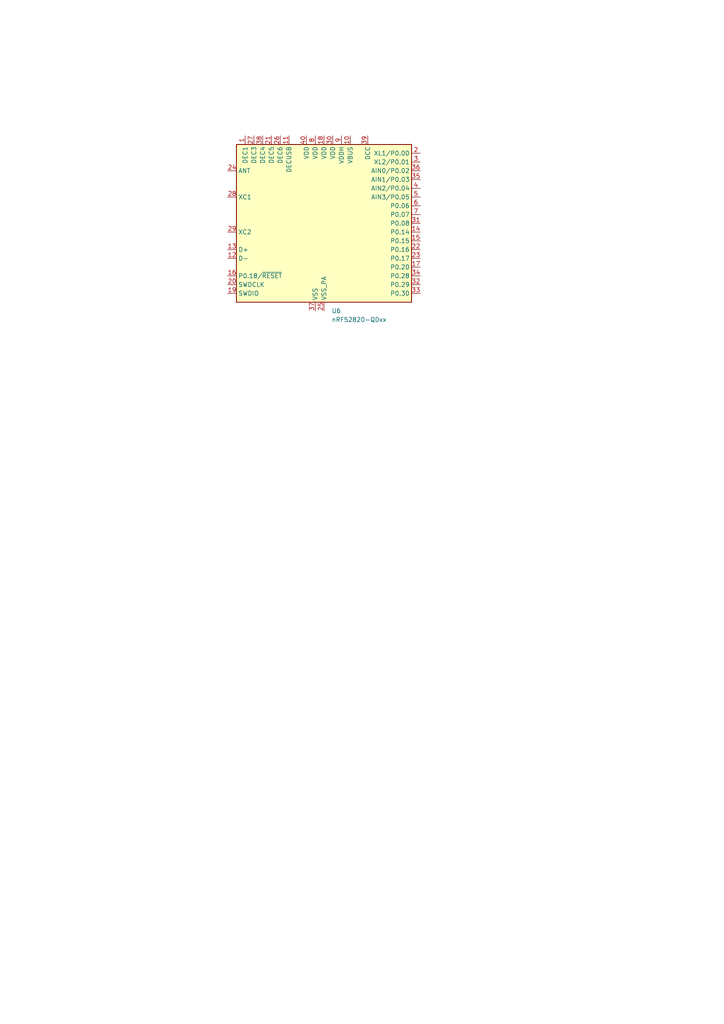
<source format=kicad_sch>
(kicad_sch (version 20231120) (generator "eeschema") (generator_version "8.0")
  (paper "A4" portrait)
  (title_block (title "ESP32-C3 MINI1") (company "YENIAY"))
  (lib_symbols
    (symbol "MCU_Nordic:nRF52820-QDxx"
      (property "Reference" "U" (at -2.54 0 0))
      (property "Value" "nRF52820-QDxx" (at -2.54 -2.54 0))
      (symbol "nRF52820-QDxx_0_1"
        (rectangle (start -25.4 22.86) (end 25.4 -22.86) (stroke (width 0.254)) (fill (type background)))
      )
      (symbol "nRF52820-QDxx_1_1"
        (pin passive line (at -22.86 25.4 270) (length 2.54) (name "DEC1") (number "1"))
        (pin power_in line (at 7.62 25.4 270) (length 2.54) (name "VBUS") (number "10"))
        (pin passive line (at -10.16 25.4 270) (length 2.54) (name "DECUSB") (number "11"))
        (pin bidirectional line (at -27.94 -10.16 0) (length 2.54) (name "D-") (number "12"))
        (pin bidirectional line (at -27.94 -7.62 0) (length 2.54) (name "D+") (number "13"))
        (pin bidirectional line (at 27.94 -2.54 180) (length 2.54) (name "P0.14") (number "14"))
        (pin bidirectional line (at 27.94 -5.08 180) (length 2.54) (name "P0.15") (number "15"))
        (pin bidirectional line (at -27.94 -15.24 0) (length 2.54) (name "P0.18/~{RESET}") (number "16"))
        (pin bidirectional line (at 27.94 -12.7 180) (length 2.54) (name "P0.20") (number "17"))
        (pin power_in line (at 0 25.4 270) (length 2.54) (name "VDD") (number "18"))
        (pin bidirectional line (at -27.94 -20.32 0) (length 2.54) (name "SWDIO") (number "19"))
        (pin bidirectional line (at 27.94 20.32 180) (length 2.54) (name "XL1/P0.00") (number "2"))
        (pin input line (at -27.94 -17.78 0) (length 2.54) (name "SWDCLK") (number "20"))
        (pin passive line (at -15.24 25.4 270) (length 2.54) (name "DEC5") (number "21"))
        (pin bidirectional line (at 27.94 -7.62 180) (length 2.54) (name "P0.16") (number "22"))
        (pin bidirectional line (at 27.94 -10.16 180) (length 2.54) (name "P0.17") (number "23"))
        (pin passive line (at -27.94 15.24 0) (length 2.54) (name "ANT") (number "24"))
        (pin power_in line (at 0 -25.4 90) (length 2.54) (name "VSS_PA") (number "25"))
        (pin passive line (at -12.7 25.4 270) (length 2.54) (name "DEC6") (number "26"))
        (pin passive line (at -20.32 25.4 270) (length 2.54) (name "DEC3") (number "27"))
        (pin input line (at -27.94 7.62 0) (length 2.54) (name "XC1") (number "28"))
        (pin input line (at -27.94 -2.54 0) (length 2.54) (name "XC2") (number "29"))
        (pin bidirectional line (at 27.94 17.78 180) (length 2.54) (name "XL2/P0.01") (number "3"))
        (pin power_in line (at 2.54 25.4 270) (length 2.54) (name "VDD") (number "30"))
        (pin bidirectional line (at 27.94 0 180) (length 2.54) (name "P0.08") (number "31"))
        (pin bidirectional line (at 27.94 -17.78 180) (length 2.54) (name "P0.29") (number "32"))
        (pin bidirectional line (at 27.94 -20.32 180) (length 2.54) (name "P0.30") (number "33"))
        (pin bidirectional line (at 27.94 -15.24 180) (length 2.54) (name "P0.28") (number "34"))
        (pin bidirectional line (at 27.94 12.7 180) (length 2.54) (name "AIN1/P0.03") (number "35"))
        (pin bidirectional line (at 27.94 15.24 180) (length 2.54) (name "AIN0/P0.02") (number "36"))
        (pin power_in line (at -2.54 -25.4 90) (length 2.54) (name "VSS") (number "37"))
        (pin passive line (at -17.78 25.4 270) (length 2.54) (name "DEC4") (number "38"))
        (pin power_out line (at 12.7 25.4 270) (length 2.54) (name "DCC") (number "39"))
        (pin bidirectional line (at 27.94 10.16 180) (length 2.54) (name "AIN2/P0.04") (number "4"))
        (pin power_in line (at -5.08 25.4 270) (length 2.54) (name "VDD") (number "40"))
        (pin passive line (at -2.54 -25.4 90) (length 2.54) hide (name "VSS") (number "41"))
        (pin bidirectional line (at 27.94 7.62 180) (length 2.54) (name "AIN3/P0.05") (number "5"))
        (pin bidirectional line (at 27.94 5.08 180) (length 2.54) (name "P0.06") (number "6"))
        (pin bidirectional line (at 27.94 2.54 180) (length 2.54) (name "P0.07") (number "7"))
        (pin power_in line (at -2.54 25.4 270) (length 2.54) (name "VDD") (number "8"))
        (pin power_in line (at 5.08 25.4 270) (length 2.54) (name "VDDH") (number "9"))
      )
    )
  )
  (symbol (lib_id "MCU_Nordic:nRF52820-QDxx") (at 93.98 64.77 0) (unit 1)
    (property "Reference" "U6" (at 96.1741 90.17 0) (effects (justify left)))
    (property "Value" "nRF52820-QDxx" (at 96.1741 92.71 0) (effects (justify left)))
    (property "Footprint" "Package_DFN_QFN:QFN-40-1EP_5x5mm_P0.4mm_EP3.6x3.6mm" (effects (hide yes)))
    (property "Datasheet" "https://infocenter.nordicsemi.com/pdf/nRF52820_PS_v1.0.pdf" (effects (hide yes)))
    (property "Description" "Multiprotocol BLE/ANT/2.4 GHz/802.15.4 Cortex-M4 SoC, QFN-40" (effects (hide yes)))
  )
)
</source>
